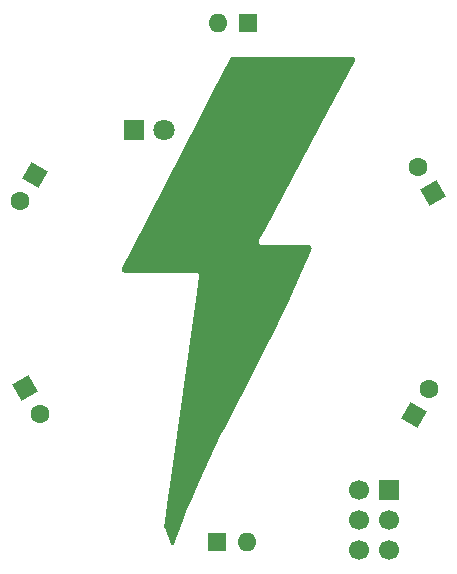
<source format=gbr>
%TF.GenerationSoftware,KiCad,Pcbnew,9.0.4*%
%TF.CreationDate,2025-10-13T15:08:01-05:00*%
%TF.ProjectId,tplane2025,74706c61-6e65-4323-9032-352e6b696361,rev?*%
%TF.SameCoordinates,Original*%
%TF.FileFunction,Copper,L1,Top*%
%TF.FilePolarity,Positive*%
%FSLAX46Y46*%
G04 Gerber Fmt 4.6, Leading zero omitted, Abs format (unit mm)*
G04 Created by KiCad (PCBNEW 9.0.4) date 2025-10-13 15:08:01*
%MOMM*%
%LPD*%
G01*
G04 APERTURE LIST*
G04 Aperture macros list*
%AMHorizOval*
0 Thick line with rounded ends*
0 $1 width*
0 $2 $3 position (X,Y) of the first rounded end (center of the circle)*
0 $4 $5 position (X,Y) of the second rounded end (center of the circle)*
0 Add line between two ends*
20,1,$1,$2,$3,$4,$5,0*
0 Add two circle primitives to create the rounded ends*
1,1,$1,$2,$3*
1,1,$1,$4,$5*%
%AMRotRect*
0 Rectangle, with rotation*
0 The origin of the aperture is its center*
0 $1 length*
0 $2 width*
0 $3 Rotation angle, in degrees counterclockwise*
0 Add horizontal line*
21,1,$1,$2,0,0,$3*%
G04 Aperture macros list end*
%TA.AperFunction,ComponentPad*%
%ADD10R,1.800000X1.800000*%
%TD*%
%TA.AperFunction,ComponentPad*%
%ADD11C,1.800000*%
%TD*%
%TA.AperFunction,ComponentPad*%
%ADD12RotRect,1.600000X1.600000X300.000000*%
%TD*%
%TA.AperFunction,ComponentPad*%
%ADD13HorizOval,1.600000X0.000000X0.000000X0.000000X0.000000X0*%
%TD*%
%TA.AperFunction,ComponentPad*%
%ADD14RotRect,1.600000X1.600000X120.000000*%
%TD*%
%TA.AperFunction,ComponentPad*%
%ADD15HorizOval,1.600000X0.000000X0.000000X0.000000X0.000000X0*%
%TD*%
%TA.AperFunction,ComponentPad*%
%ADD16R,1.600000X1.600000*%
%TD*%
%TA.AperFunction,ComponentPad*%
%ADD17O,1.600000X1.600000*%
%TD*%
%TA.AperFunction,ComponentPad*%
%ADD18R,1.700000X1.700000*%
%TD*%
%TA.AperFunction,ComponentPad*%
%ADD19C,1.700000*%
%TD*%
%TA.AperFunction,ComponentPad*%
%ADD20RotRect,1.600000X1.600000X60.000000*%
%TD*%
%TA.AperFunction,ComponentPad*%
%ADD21HorizOval,1.600000X0.000000X0.000000X0.000000X0.000000X0*%
%TD*%
%TA.AperFunction,ComponentPad*%
%ADD22RotRect,1.600000X1.600000X240.000000*%
%TD*%
%TA.AperFunction,ComponentPad*%
%ADD23HorizOval,1.600000X0.000000X0.000000X0.000000X0.000000X0*%
%TD*%
G04 APERTURE END LIST*
D10*
%TO.P,SW1,1,1*%
%TO.N,/Battery_VIN*%
X139070000Y-65160000D03*
D11*
%TO.P,SW1,2,2*%
%TO.N,/tilt_anode*%
X141610000Y-65160000D03*
%TD*%
D12*
%TO.P,D6,1,K*%
%TO.N,Net-(D6-K)*%
X129900000Y-87020295D03*
D13*
%TO.P,D6,2,A*%
%TO.N,/tilt_anode*%
X131170000Y-89220000D03*
%TD*%
D14*
%TO.P,D3,1,K*%
%TO.N,Net-(D3-K)*%
X164411522Y-70460032D03*
D15*
%TO.P,D3,2,A*%
%TO.N,/tilt_anode*%
X163141522Y-68260327D03*
%TD*%
D16*
%TO.P,D1,1,K*%
%TO.N,Net-(D1-K)*%
X146110000Y-100020000D03*
D17*
%TO.P,D1,2,A*%
%TO.N,/tilt_anode*%
X148650000Y-100020000D03*
%TD*%
D18*
%TO.P,J3,1,Pin_1*%
%TO.N,/Battery_VIN*%
X160710000Y-95650000D03*
D19*
%TO.P,J3,2,Pin_2*%
%TO.N,GND*%
X158170000Y-95650000D03*
%TO.P,J3,3,Pin_3*%
%TO.N,unconnected-(J3-Pin_3-Pad3)*%
X160710000Y-98190000D03*
%TO.P,J3,4,Pin_4*%
%TO.N,/SCL{slash}SCK*%
X158170000Y-98190000D03*
%TO.P,J3,5,Pin_5*%
%TO.N,/CS{slash}MISO*%
X160710000Y-100730000D03*
%TO.P,J3,6,Pin_6*%
%TO.N,/UPDI*%
X158170000Y-100730000D03*
%TD*%
D16*
%TO.P,D4,1,K*%
%TO.N,Net-(D4-K)*%
X148760000Y-56105000D03*
D17*
%TO.P,D4,2,A*%
%TO.N,/tilt_anode*%
X146220000Y-56105000D03*
%TD*%
D20*
%TO.P,D2,1,K*%
%TO.N,Net-(D2-K)*%
X162851522Y-89245032D03*
D21*
%TO.P,D2,2,A*%
%TO.N,/tilt_anode*%
X164121522Y-87045327D03*
%TD*%
D22*
%TO.P,D5,1,K*%
%TO.N,Net-(D5-K)*%
X130758479Y-68954969D03*
D23*
%TO.P,D5,2,A*%
%TO.N,/tilt_anode*%
X129488479Y-71154674D03*
%TD*%
%TA.AperFunction,Conductor*%
%TO.N,GND*%
G36*
X157582470Y-58932120D02*
G01*
X157602137Y-58935804D01*
X157654075Y-58945534D01*
X157685591Y-58955960D01*
X157692330Y-58959247D01*
X157720057Y-58977757D01*
X157771601Y-59023290D01*
X157791827Y-59046179D01*
X157796413Y-59052879D01*
X157806037Y-59069595D01*
X157818957Y-59096720D01*
X157827266Y-59119812D01*
X157834811Y-59149826D01*
X157837945Y-59167790D01*
X157839060Y-59179006D01*
X157839489Y-59197938D01*
X157837923Y-59227031D01*
X157833921Y-59252296D01*
X157825531Y-59283780D01*
X157819362Y-59301445D01*
X157809638Y-59323728D01*
X157805336Y-59332605D01*
X154889511Y-64785509D01*
X154889504Y-64785522D01*
X150187630Y-73575886D01*
X150187561Y-73576015D01*
X149708458Y-74469179D01*
X149680210Y-74562614D01*
X149680210Y-74562617D01*
X149675140Y-74608248D01*
X149698909Y-74704767D01*
X149698911Y-74704770D01*
X149713876Y-74733253D01*
X149713877Y-74733254D01*
X149747675Y-74778640D01*
X149747677Y-74778642D01*
X149747679Y-74778644D01*
X149785342Y-74811479D01*
X149785349Y-74811484D01*
X149785359Y-74811492D01*
X149810446Y-74829825D01*
X149810448Y-74829826D01*
X149810451Y-74829828D01*
X149857061Y-74849740D01*
X149909532Y-74862938D01*
X149944942Y-74864870D01*
X153861346Y-74864688D01*
X153883636Y-74866707D01*
X153954394Y-74879639D01*
X153988198Y-74891034D01*
X153989829Y-74891861D01*
X153991429Y-74892673D01*
X154015623Y-74908764D01*
X154070628Y-74955503D01*
X154090653Y-74977111D01*
X154094160Y-74981938D01*
X154104750Y-74999367D01*
X154118530Y-75026926D01*
X154126968Y-75048731D01*
X154135260Y-75078148D01*
X154139045Y-75097177D01*
X154139920Y-75104556D01*
X154140767Y-75121167D01*
X154140256Y-75152697D01*
X154137080Y-75178643D01*
X154130281Y-75208025D01*
X154124234Y-75227037D01*
X154057266Y-75390669D01*
X154056942Y-75391454D01*
X153349373Y-77087127D01*
X153348615Y-77088903D01*
X152772083Y-78412182D01*
X152770910Y-78414791D01*
X152145091Y-79765241D01*
X152143824Y-79767893D01*
X151962976Y-80135072D01*
X151655433Y-80788597D01*
X151654490Y-80790558D01*
X150944246Y-82233532D01*
X150943730Y-82234567D01*
X150223591Y-83663850D01*
X150223342Y-83664341D01*
X149535979Y-85011574D01*
X146804834Y-90351052D01*
X146519085Y-90920376D01*
X145021096Y-94033320D01*
X144767078Y-94604862D01*
X144766610Y-94605901D01*
X144352688Y-95514639D01*
X143993504Y-96368622D01*
X143993299Y-96369108D01*
X143615668Y-97256355D01*
X143168322Y-98389389D01*
X142504361Y-100209411D01*
X142462893Y-100265644D01*
X142397606Y-100290531D01*
X142329228Y-100276171D01*
X142279469Y-100227122D01*
X142273449Y-100214699D01*
X141695547Y-98830461D01*
X141689897Y-98817123D01*
X141686364Y-98807740D01*
X141680223Y-98789186D01*
X141674104Y-98756488D01*
X141670424Y-98683637D01*
X141671482Y-98660058D01*
X141709670Y-98389389D01*
X141851518Y-97383989D01*
X141893817Y-97083817D01*
X141893832Y-97083819D01*
X141893829Y-97083731D01*
X141937695Y-96774044D01*
X142243923Y-94604862D01*
X143788459Y-83664040D01*
X144469103Y-78842652D01*
X144654836Y-77536168D01*
X144656074Y-77466962D01*
X144645773Y-77415552D01*
X144622616Y-77362679D01*
X144585597Y-77310851D01*
X144585596Y-77310850D01*
X144503189Y-77250976D01*
X144487710Y-77244134D01*
X144389865Y-77225835D01*
X144389863Y-77225835D01*
X138363859Y-77225921D01*
X138356042Y-77225674D01*
X138329297Y-77223985D01*
X138309308Y-77221075D01*
X138277711Y-77213805D01*
X138253687Y-77205611D01*
X138227744Y-77193675D01*
X138212023Y-77185012D01*
X138202671Y-77178937D01*
X138187180Y-77167040D01*
X138164454Y-77146547D01*
X138148294Y-77128858D01*
X138130198Y-77104730D01*
X138119755Y-77088247D01*
X138116546Y-77082172D01*
X138105800Y-77053961D01*
X138089154Y-76986497D01*
X138085575Y-76954045D01*
X138085725Y-76947335D01*
X138090924Y-76914470D01*
X138111813Y-76844852D01*
X138120398Y-76823606D01*
X138859778Y-75391454D01*
X138874374Y-75363183D01*
X144712223Y-64023504D01*
X144713116Y-64021805D01*
X144895613Y-63680990D01*
X144895616Y-63680983D01*
X144895630Y-63680958D01*
X145745023Y-62032920D01*
X147223364Y-59166659D01*
X147265961Y-59081833D01*
X147272767Y-59069967D01*
X147273009Y-59069595D01*
X147287408Y-59047419D01*
X147300364Y-59030764D01*
X147320946Y-59008513D01*
X147338351Y-58992942D01*
X147360578Y-58976549D01*
X147375146Y-58967300D01*
X147391627Y-58958381D01*
X147427523Y-58945610D01*
X147498329Y-58932173D01*
X147521445Y-58930000D01*
X157559638Y-58930000D01*
X157582470Y-58932120D01*
G37*
%TD.AperFunction*%
%TD*%
M02*

</source>
